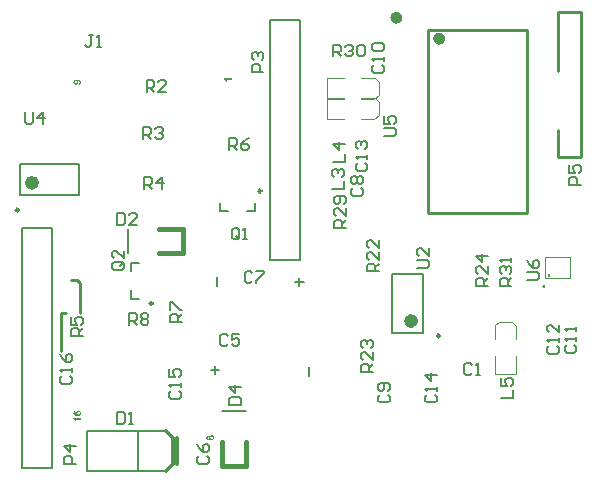
<source format=gto>
%FSLAX24Y24*%
%MOIN*%
G70*
G01*
G75*
G04 Layer_Color=16777215*
%ADD10R,0.0118X0.0295*%
%ADD11R,0.0236X0.0886*%
%ADD12R,0.0591X0.0295*%
%ADD13R,0.0295X0.0591*%
%ADD14R,0.0354X0.0315*%
%ADD15R,0.0315X0.0354*%
%ADD16R,0.0433X0.0492*%
%ADD17R,0.0492X0.0433*%
%ADD18R,0.0480X0.0358*%
%ADD19R,0.0358X0.0480*%
%ADD20R,0.0906X0.0906*%
%ADD21R,0.0354X0.0315*%
%ADD22R,0.0197X0.0236*%
%ADD23R,0.0236X0.0197*%
%ADD24R,0.0827X0.0315*%
%ADD25R,0.0984X0.0315*%
%ADD26R,0.0315X0.0354*%
%ADD27R,0.0886X0.0236*%
%ADD28C,0.0335*%
%ADD29R,0.0846X0.0335*%
%ADD30R,0.0335X0.0846*%
%ADD31C,0.0197*%
%ADD32C,0.0118*%
%ADD33C,0.0157*%
%ADD34C,0.0177*%
%ADD35C,0.0138*%
%ADD36C,0.0591*%
%ADD37R,0.0591X0.0591*%
%ADD38O,0.0669X0.1181*%
%ADD39C,0.0500*%
%ADD40C,0.0394*%
%ADD41R,0.0630X0.1063*%
%ADD42R,0.2165X0.0827*%
%ADD43R,0.0906X0.0236*%
%ADD44C,0.0100*%
%ADD45C,0.0098*%
%ADD46C,0.0236*%
%ADD47C,0.0394*%
%ADD48C,0.0039*%
%ADD49C,0.0079*%
%ADD50C,0.0150*%
%ADD51C,0.0050*%
%ADD52C,0.0070*%
%ADD53C,0.0069*%
G36*
X2264Y2149D02*
X2082D01*
X2082Y2149D01*
X2083Y2148D01*
X2084Y2147D01*
X2086Y2145D01*
X2088Y2142D01*
X2090Y2139D01*
X2093Y2135D01*
X2096Y2131D01*
X2099Y2127D01*
X2102Y2122D01*
X2107Y2112D01*
X2113Y2100D01*
X2118Y2087D01*
X2074D01*
Y2087D01*
X2074Y2087D01*
X2074Y2089D01*
X2073Y2090D01*
X2072Y2094D01*
X2069Y2099D01*
X2066Y2105D01*
X2062Y2112D01*
X2057Y2120D01*
X2051Y2128D01*
X2051Y2128D01*
X2050Y2129D01*
X2049Y2130D01*
X2048Y2131D01*
X2045Y2135D01*
X2040Y2140D01*
X2034Y2145D01*
X2027Y2150D01*
X2019Y2155D01*
X2011Y2158D01*
Y2198D01*
X2264D01*
Y2149D01*
D02*
G37*
G36*
X2190Y2437D02*
X2193Y2437D01*
X2197Y2436D01*
X2201Y2436D01*
X2205Y2435D01*
X2215Y2432D01*
X2220Y2430D01*
X2226Y2428D01*
X2231Y2425D01*
X2236Y2422D01*
X2241Y2419D01*
X2245Y2415D01*
X2246Y2414D01*
X2246Y2413D01*
X2248Y2412D01*
X2249Y2410D01*
X2251Y2408D01*
X2253Y2406D01*
X2255Y2402D01*
X2257Y2399D01*
X2259Y2395D01*
X2261Y2390D01*
X2263Y2386D01*
X2265Y2380D01*
X2266Y2375D01*
X2267Y2369D01*
X2268Y2363D01*
X2268Y2357D01*
Y2356D01*
Y2355D01*
X2268Y2353D01*
Y2350D01*
X2268Y2347D01*
X2267Y2343D01*
X2266Y2339D01*
X2265Y2334D01*
X2263Y2329D01*
X2261Y2324D01*
X2259Y2319D01*
X2256Y2314D01*
X2253Y2309D01*
X2248Y2303D01*
X2244Y2298D01*
X2239Y2294D01*
X2238Y2293D01*
X2237Y2292D01*
X2236Y2291D01*
X2233Y2290D01*
X2230Y2288D01*
X2226Y2286D01*
X2221Y2284D01*
X2215Y2282D01*
X2209Y2279D01*
X2202Y2277D01*
X2194Y2275D01*
X2185Y2273D01*
X2176Y2272D01*
X2165Y2271D01*
X2154Y2270D01*
X2142Y2269D01*
X2135D01*
X2130Y2270D01*
X2125Y2270D01*
X2118Y2271D01*
X2111Y2272D01*
X2103Y2272D01*
X2087Y2276D01*
X2078Y2277D01*
X2070Y2280D01*
X2062Y2283D01*
X2054Y2286D01*
X2048Y2290D01*
X2041Y2295D01*
X2041Y2295D01*
X2040Y2296D01*
X2039Y2297D01*
X2036Y2299D01*
X2034Y2302D01*
X2032Y2305D01*
X2029Y2309D01*
X2026Y2313D01*
X2023Y2317D01*
X2020Y2322D01*
X2018Y2328D01*
X2015Y2334D01*
X2013Y2340D01*
X2012Y2347D01*
X2011Y2354D01*
X2011Y2361D01*
Y2362D01*
Y2362D01*
Y2364D01*
X2011Y2366D01*
Y2368D01*
X2011Y2371D01*
X2013Y2378D01*
X2015Y2385D01*
X2018Y2393D01*
X2021Y2401D01*
X2027Y2409D01*
Y2409D01*
X2028Y2410D01*
X2030Y2412D01*
X2033Y2415D01*
X2039Y2419D01*
X2045Y2423D01*
X2053Y2427D01*
X2063Y2430D01*
X2074Y2433D01*
X2079Y2386D01*
X2078D01*
X2076Y2386D01*
X2074Y2385D01*
X2071Y2384D01*
X2067Y2383D01*
X2064Y2382D01*
X2060Y2380D01*
X2058Y2377D01*
X2057Y2377D01*
X2056Y2376D01*
X2055Y2374D01*
X2054Y2372D01*
X2053Y2369D01*
X2052Y2366D01*
X2051Y2363D01*
X2051Y2358D01*
Y2358D01*
X2051Y2356D01*
X2051Y2353D01*
X2052Y2350D01*
X2054Y2345D01*
X2056Y2341D01*
X2060Y2337D01*
X2064Y2332D01*
X2065Y2332D01*
X2066Y2331D01*
X2067Y2331D01*
X2069Y2330D01*
X2071Y2329D01*
X2074Y2328D01*
X2077Y2327D01*
X2080Y2326D01*
X2084Y2325D01*
X2089Y2324D01*
X2094Y2322D01*
X2100Y2322D01*
X2107Y2321D01*
X2114Y2320D01*
X2122Y2319D01*
X2121Y2320D01*
X2121Y2320D01*
X2120Y2321D01*
X2118Y2322D01*
X2115Y2327D01*
X2111Y2332D01*
X2107Y2338D01*
X2104Y2346D01*
X2101Y2355D01*
X2101Y2359D01*
X2100Y2364D01*
Y2365D01*
Y2365D01*
Y2367D01*
X2101Y2369D01*
X2101Y2372D01*
X2101Y2375D01*
X2103Y2382D01*
X2106Y2390D01*
X2108Y2394D01*
X2110Y2398D01*
X2113Y2403D01*
X2116Y2407D01*
X2119Y2411D01*
X2124Y2416D01*
X2124Y2416D01*
X2125Y2416D01*
X2126Y2418D01*
X2128Y2419D01*
X2130Y2421D01*
X2133Y2423D01*
X2136Y2425D01*
X2140Y2427D01*
X2144Y2429D01*
X2148Y2431D01*
X2153Y2433D01*
X2159Y2434D01*
X2164Y2436D01*
X2170Y2437D01*
X2177Y2437D01*
X2183Y2438D01*
X2187D01*
X2190Y2437D01*
D02*
G37*
G36*
X2149Y13475D02*
X2155Y13475D01*
X2162Y13474D01*
X2169Y13473D01*
X2177Y13472D01*
X2193Y13469D01*
X2201Y13467D01*
X2210Y13465D01*
X2217Y13461D01*
X2225Y13458D01*
X2232Y13454D01*
X2238Y13450D01*
X2238Y13449D01*
X2239Y13448D01*
X2241Y13447D01*
X2243Y13445D01*
X2245Y13442D01*
X2248Y13439D01*
X2250Y13436D01*
X2253Y13432D01*
X2256Y13427D01*
X2259Y13422D01*
X2261Y13417D01*
X2264Y13411D01*
X2266Y13404D01*
X2267Y13398D01*
X2268Y13390D01*
X2268Y13383D01*
Y13383D01*
Y13382D01*
Y13380D01*
X2268Y13378D01*
Y13376D01*
X2268Y13373D01*
X2266Y13366D01*
X2265Y13359D01*
X2262Y13350D01*
X2258Y13342D01*
X2253Y13335D01*
X2252D01*
X2252Y13334D01*
X2250Y13332D01*
X2246Y13329D01*
X2241Y13326D01*
X2234Y13322D01*
X2226Y13318D01*
X2217Y13314D01*
X2206Y13312D01*
X2200Y13359D01*
X2201D01*
X2203Y13359D01*
X2205Y13360D01*
X2208Y13360D01*
X2212Y13362D01*
X2216Y13363D01*
X2219Y13365D01*
X2222Y13367D01*
X2222Y13368D01*
X2223Y13369D01*
X2224Y13370D01*
X2225Y13372D01*
X2227Y13375D01*
X2227Y13379D01*
X2228Y13382D01*
X2228Y13387D01*
Y13387D01*
X2228Y13389D01*
X2228Y13392D01*
X2227Y13395D01*
X2225Y13399D01*
X2223Y13403D01*
X2220Y13408D01*
X2215Y13412D01*
X2214Y13412D01*
X2213Y13413D01*
X2212Y13413D01*
X2210Y13415D01*
X2208Y13415D01*
X2206Y13417D01*
X2203Y13418D01*
X2199Y13418D01*
X2195Y13420D01*
X2190Y13421D01*
X2185Y13422D01*
X2179Y13423D01*
X2173Y13424D01*
X2165Y13425D01*
X2158Y13425D01*
X2158Y13425D01*
X2159Y13425D01*
X2160Y13423D01*
X2161Y13422D01*
X2164Y13418D01*
X2168Y13413D01*
X2172Y13406D01*
X2175Y13398D01*
X2178Y13390D01*
X2179Y13385D01*
X2179Y13380D01*
Y13379D01*
Y13379D01*
Y13377D01*
X2179Y13375D01*
X2178Y13372D01*
X2178Y13369D01*
X2176Y13362D01*
X2174Y13354D01*
X2172Y13350D01*
X2169Y13345D01*
X2167Y13341D01*
X2164Y13337D01*
X2160Y13333D01*
X2156Y13329D01*
X2156Y13328D01*
X2155Y13328D01*
X2154Y13327D01*
X2152Y13325D01*
X2150Y13324D01*
X2147Y13322D01*
X2144Y13320D01*
X2140Y13318D01*
X2136Y13316D01*
X2132Y13314D01*
X2127Y13312D01*
X2121Y13311D01*
X2109Y13308D01*
X2103Y13307D01*
X2096Y13307D01*
X2093D01*
X2090Y13307D01*
X2087Y13308D01*
X2083Y13308D01*
X2079Y13309D01*
X2074Y13310D01*
X2064Y13312D01*
X2059Y13314D01*
X2054Y13317D01*
X2049Y13319D01*
X2044Y13322D01*
X2039Y13326D01*
X2035Y13330D01*
X2034Y13330D01*
X2033Y13331D01*
X2032Y13332D01*
X2031Y13334D01*
X2029Y13336D01*
X2027Y13339D01*
X2025Y13342D01*
X2023Y13345D01*
X2020Y13349D01*
X2018Y13354D01*
X2016Y13359D01*
X2015Y13364D01*
X2013Y13369D01*
X2012Y13375D01*
X2011Y13381D01*
X2011Y13388D01*
Y13388D01*
Y13389D01*
Y13392D01*
X2011Y13394D01*
X2011Y13397D01*
X2012Y13401D01*
X2013Y13405D01*
X2015Y13410D01*
X2016Y13415D01*
X2018Y13420D01*
X2020Y13425D01*
X2023Y13430D01*
X2027Y13436D01*
X2031Y13441D01*
X2035Y13446D01*
X2041Y13451D01*
X2041Y13451D01*
X2042Y13452D01*
X2044Y13453D01*
X2046Y13455D01*
X2050Y13456D01*
X2054Y13458D01*
X2058Y13461D01*
X2064Y13463D01*
X2070Y13465D01*
X2078Y13468D01*
X2086Y13470D01*
X2094Y13471D01*
X2104Y13473D01*
X2114Y13474D01*
X2126Y13475D01*
X2138Y13475D01*
X2145D01*
X2149Y13475D01*
D02*
G37*
G36*
X7283Y13468D02*
X7101D01*
X7102Y13468D01*
X7103Y13467D01*
X7104Y13465D01*
X7106Y13463D01*
X7108Y13461D01*
X7110Y13458D01*
X7113Y13454D01*
X7115Y13450D01*
X7118Y13446D01*
X7121Y13441D01*
X7127Y13430D01*
X7133Y13419D01*
X7138Y13406D01*
X7094D01*
Y13406D01*
X7094Y13406D01*
X7093Y13407D01*
X7093Y13409D01*
X7091Y13413D01*
X7089Y13418D01*
X7086Y13424D01*
X7081Y13431D01*
X7077Y13439D01*
X7071Y13447D01*
X7070Y13447D01*
X7070Y13448D01*
X7069Y13449D01*
X7068Y13450D01*
X7064Y13454D01*
X7059Y13459D01*
X7053Y13464D01*
X7047Y13469D01*
X7039Y13473D01*
X7030Y13477D01*
Y13516D01*
X7283D01*
Y13468D01*
D02*
G37*
G36*
X6625Y1622D02*
X6628Y1622D01*
X6631Y1621D01*
X6635Y1621D01*
X6640Y1620D01*
X6648Y1617D01*
X6653Y1615D01*
X6658Y1613D01*
X6663Y1610D01*
X6667Y1608D01*
X6672Y1604D01*
X6676Y1600D01*
X6676Y1600D01*
X6677Y1599D01*
X6678Y1598D01*
X6679Y1596D01*
X6681Y1594D01*
X6683Y1591D01*
X6685Y1588D01*
X6687Y1584D01*
X6689Y1580D01*
X6691Y1576D01*
X6693Y1571D01*
X6694Y1566D01*
X6696Y1560D01*
X6697Y1554D01*
X6697Y1548D01*
X6698Y1541D01*
Y1540D01*
Y1539D01*
Y1537D01*
X6697Y1535D01*
Y1532D01*
X6696Y1529D01*
X6696Y1525D01*
X6695Y1521D01*
X6693Y1512D01*
X6690Y1502D01*
X6685Y1492D01*
X6683Y1488D01*
X6679Y1484D01*
X6679Y1483D01*
X6678Y1482D01*
X6677Y1481D01*
X6676Y1479D01*
X6673Y1477D01*
X6671Y1475D01*
X6668Y1473D01*
X6664Y1470D01*
X6660Y1468D01*
X6656Y1465D01*
X6651Y1463D01*
X6646Y1461D01*
X6640Y1459D01*
X6634Y1458D01*
X6628Y1457D01*
X6621Y1457D01*
X6618D01*
X6614Y1457D01*
X6609Y1458D01*
X6603Y1459D01*
X6597Y1461D01*
X6590Y1463D01*
X6583Y1467D01*
X6583D01*
X6583Y1467D01*
X6581Y1469D01*
X6577Y1471D01*
X6573Y1474D01*
X6569Y1479D01*
X6565Y1484D01*
X6561Y1491D01*
X6557Y1499D01*
Y1498D01*
X6557Y1498D01*
X6555Y1495D01*
X6554Y1492D01*
X6551Y1488D01*
X6549Y1484D01*
X6545Y1479D01*
X6540Y1475D01*
X6535Y1472D01*
X6535Y1471D01*
X6533Y1471D01*
X6530Y1469D01*
X6527Y1467D01*
X6522Y1466D01*
X6517Y1464D01*
X6511Y1464D01*
X6505Y1463D01*
X6502D01*
X6501Y1464D01*
X6498Y1464D01*
X6495Y1464D01*
X6489Y1466D01*
X6481Y1468D01*
X6473Y1472D01*
X6469Y1474D01*
X6466Y1476D01*
X6462Y1479D01*
X6458Y1483D01*
X6458Y1483D01*
X6458Y1484D01*
X6457Y1485D01*
X6455Y1486D01*
X6454Y1489D01*
X6453Y1491D01*
X6451Y1494D01*
X6449Y1497D01*
X6447Y1501D01*
X6446Y1505D01*
X6444Y1510D01*
X6443Y1515D01*
X6441Y1520D01*
X6441Y1526D01*
X6440Y1532D01*
X6440Y1539D01*
Y1539D01*
Y1540D01*
Y1542D01*
X6440Y1545D01*
Y1548D01*
X6441Y1551D01*
X6441Y1555D01*
X6442Y1559D01*
X6444Y1568D01*
X6448Y1577D01*
X6452Y1586D01*
X6455Y1591D01*
X6458Y1595D01*
X6459Y1595D01*
X6459Y1595D01*
X6460Y1596D01*
X6462Y1598D01*
X6466Y1601D01*
X6471Y1605D01*
X6478Y1608D01*
X6486Y1611D01*
X6495Y1614D01*
X6500Y1614D01*
X6505Y1615D01*
X6508D01*
X6511Y1614D01*
X6516Y1613D01*
X6521Y1612D01*
X6525Y1611D01*
X6531Y1608D01*
X6536Y1605D01*
X6537Y1605D01*
X6539Y1604D01*
X6541Y1601D01*
X6544Y1599D01*
X6547Y1595D01*
X6551Y1591D01*
X6554Y1585D01*
X6557Y1580D01*
Y1580D01*
X6557Y1580D01*
X6558Y1581D01*
X6559Y1583D01*
X6560Y1587D01*
X6563Y1591D01*
X6567Y1596D01*
X6571Y1602D01*
X6576Y1607D01*
X6582Y1611D01*
X6582Y1612D01*
X6584Y1613D01*
X6588Y1615D01*
X6592Y1617D01*
X6598Y1619D01*
X6604Y1621D01*
X6611Y1622D01*
X6619Y1623D01*
X6623D01*
X6625Y1622D01*
D02*
G37*
%LPC*%
G36*
X2100Y13421D02*
X2096D01*
X2092Y13421D01*
X2087Y13420D01*
X2081Y13418D01*
X2075Y13417D01*
X2069Y13414D01*
X2064Y13410D01*
X2063Y13410D01*
X2062Y13408D01*
X2059Y13406D01*
X2057Y13403D01*
X2055Y13400D01*
X2053Y13395D01*
X2051Y13390D01*
X2051Y13385D01*
Y13385D01*
Y13383D01*
X2051Y13381D01*
X2052Y13378D01*
X2053Y13374D01*
X2055Y13370D01*
X2058Y13367D01*
X2061Y13363D01*
X2062Y13363D01*
X2063Y13362D01*
X2066Y13360D01*
X2070Y13359D01*
X2074Y13357D01*
X2081Y13356D01*
X2088Y13355D01*
X2096Y13355D01*
X2100D01*
X2105Y13355D01*
X2110Y13356D01*
X2116Y13357D01*
X2122Y13359D01*
X2127Y13361D01*
X2132Y13364D01*
X2133Y13364D01*
X2134Y13366D01*
X2136Y13368D01*
X2138Y13370D01*
X2140Y13374D01*
X2142Y13378D01*
X2143Y13383D01*
X2144Y13388D01*
Y13389D01*
Y13390D01*
X2143Y13393D01*
X2142Y13396D01*
X2141Y13400D01*
X2139Y13404D01*
X2136Y13408D01*
X2133Y13412D01*
X2132Y13412D01*
X2131Y13413D01*
X2128Y13415D01*
X2124Y13417D01*
X2120Y13418D01*
X2114Y13420D01*
X2108Y13421D01*
X2100Y13421D01*
D02*
G37*
G36*
X6508Y1569D02*
X6506D01*
X6504Y1569D01*
X6501Y1568D01*
X6497Y1567D01*
X6494Y1566D01*
X6490Y1563D01*
X6487Y1561D01*
X6486Y1560D01*
X6486Y1559D01*
X6484Y1558D01*
X6482Y1555D01*
X6481Y1552D01*
X6479Y1548D01*
X6479Y1544D01*
X6478Y1539D01*
Y1538D01*
Y1537D01*
X6479Y1534D01*
X6479Y1531D01*
X6480Y1528D01*
X6482Y1524D01*
X6484Y1520D01*
X6487Y1517D01*
X6487Y1517D01*
X6488Y1516D01*
X6490Y1514D01*
X6492Y1513D01*
X6496Y1512D01*
X6499Y1510D01*
X6504Y1509D01*
X6509Y1509D01*
X6511D01*
X6514Y1509D01*
X6517Y1510D01*
X6520Y1511D01*
X6524Y1512D01*
X6527Y1514D01*
X6531Y1517D01*
X6531Y1517D01*
X6532Y1519D01*
X6534Y1520D01*
X6535Y1523D01*
X6536Y1526D01*
X6538Y1530D01*
X6539Y1534D01*
X6539Y1539D01*
Y1540D01*
Y1541D01*
X6539Y1543D01*
X6538Y1547D01*
X6537Y1550D01*
X6535Y1554D01*
X6534Y1557D01*
X6531Y1561D01*
X6530Y1561D01*
X6529Y1562D01*
X6527Y1563D01*
X6525Y1565D01*
X6522Y1567D01*
X6518Y1568D01*
X6513Y1569D01*
X6508Y1569D01*
D02*
G37*
G36*
X6617Y1575D02*
X6614D01*
X6611Y1575D01*
X6607Y1574D01*
X6602Y1572D01*
X6597Y1571D01*
X6593Y1568D01*
X6588Y1565D01*
X6588Y1564D01*
X6587Y1563D01*
X6585Y1561D01*
X6583Y1558D01*
X6581Y1554D01*
X6579Y1550D01*
X6578Y1545D01*
X6577Y1539D01*
Y1538D01*
Y1536D01*
X6578Y1533D01*
X6579Y1529D01*
X6580Y1525D01*
X6582Y1521D01*
X6585Y1517D01*
X6590Y1513D01*
X6590Y1512D01*
X6592Y1512D01*
X6594Y1510D01*
X6598Y1509D01*
X6602Y1507D01*
X6606Y1505D01*
X6611Y1505D01*
X6617Y1504D01*
X6620D01*
X6623Y1505D01*
X6628Y1505D01*
X6633Y1507D01*
X6638Y1509D01*
X6643Y1511D01*
X6648Y1514D01*
X6648Y1515D01*
X6649Y1516D01*
X6651Y1519D01*
X6653Y1522D01*
X6655Y1525D01*
X6657Y1530D01*
X6658Y1535D01*
X6659Y1540D01*
Y1541D01*
Y1543D01*
X6658Y1545D01*
X6657Y1549D01*
X6656Y1553D01*
X6654Y1557D01*
X6651Y1561D01*
X6648Y1565D01*
X6648Y1565D01*
X6646Y1567D01*
X6643Y1568D01*
X6640Y1570D01*
X6636Y1572D01*
X6630Y1573D01*
X6624Y1575D01*
X6617Y1575D01*
D02*
G37*
G36*
X2184Y2390D02*
X2179D01*
X2175Y2390D01*
X2170Y2389D01*
X2164Y2388D01*
X2158Y2386D01*
X2152Y2384D01*
X2147Y2380D01*
X2147Y2380D01*
X2146Y2379D01*
X2144Y2377D01*
X2142Y2374D01*
X2139Y2370D01*
X2138Y2366D01*
X2136Y2362D01*
X2136Y2357D01*
Y2356D01*
Y2354D01*
X2136Y2352D01*
X2137Y2349D01*
X2139Y2345D01*
X2141Y2341D01*
X2143Y2337D01*
X2147Y2333D01*
X2147Y2333D01*
X2149Y2332D01*
X2152Y2330D01*
X2155Y2329D01*
X2160Y2327D01*
X2165Y2325D01*
X2172Y2324D01*
X2179Y2324D01*
X2183D01*
X2187Y2324D01*
X2193Y2325D01*
X2199Y2326D01*
X2205Y2328D01*
X2210Y2331D01*
X2216Y2334D01*
X2216Y2335D01*
X2218Y2336D01*
X2220Y2339D01*
X2222Y2342D01*
X2225Y2345D01*
X2227Y2349D01*
X2228Y2354D01*
X2228Y2359D01*
Y2360D01*
Y2361D01*
X2228Y2363D01*
X2227Y2367D01*
X2226Y2370D01*
X2224Y2374D01*
X2222Y2378D01*
X2218Y2381D01*
X2218Y2382D01*
X2216Y2383D01*
X2213Y2384D01*
X2210Y2386D01*
X2205Y2387D01*
X2199Y2389D01*
X2192Y2390D01*
X2184Y2390D01*
D02*
G37*
%LPD*%
D32*
X5098Y443D02*
X5325Y669D01*
Y1535D01*
X5098Y1762D02*
X5325Y1535D01*
X5472Y669D02*
Y1535D01*
D44*
X17861Y6942D02*
G03*
X17861Y6942I-2J0D01*
G01*
X17693Y6578D02*
G03*
X17693Y6578I-2J0D01*
G01*
X18150Y13770D02*
Y15718D01*
Y10886D02*
Y11791D01*
Y10886D02*
X18937D01*
X18150Y15718D02*
X18937D01*
Y10886D02*
Y15718D01*
X7762Y585D02*
X7766Y589D01*
X5671Y8514D02*
X5674Y8510D01*
X13819Y9016D02*
X17116D01*
Y15128D01*
X17106Y15138D02*
X17116Y15128D01*
X13819Y9016D02*
Y15138D01*
X17106D01*
X2244Y5709D02*
Y6693D01*
X2126Y6811D02*
X2244Y6693D01*
X1929Y6811D02*
X2126D01*
X1614Y4449D02*
Y5709D01*
X1772D01*
D45*
X185Y9134D02*
G03*
X185Y9134I-49J0D01*
G01*
X4656Y6024D02*
G03*
X4656Y6024I-49J0D01*
G01*
X8278Y9764D02*
G03*
X8278Y9764I-49J0D01*
G01*
X14222Y4939D02*
G03*
X14222Y4939I-49J0D01*
G01*
D46*
X748Y10039D02*
G03*
X748Y10039I-118J0D01*
G01*
X13386Y5433D02*
G03*
X13386Y5433I-118J0D01*
G01*
D47*
X12776Y15541D02*
G03*
X12776Y15541I-2J0D01*
G01*
X14203Y14843D02*
G03*
X14203Y14843I-2J0D01*
G01*
D48*
X18557Y6850D02*
Y7559D01*
X17735Y6850D02*
X18557D01*
X17735Y7559D02*
X18557D01*
X17735Y6850D02*
Y7559D01*
X16772Y4823D02*
Y5276D01*
X16634Y5413D02*
X16772Y5276D01*
X16191Y5413D02*
X16634D01*
X16644Y5404D02*
X16772Y5276D01*
X16063Y4823D02*
Y5285D01*
X16191Y5413D01*
X16063Y5285D02*
X16191Y5413D01*
X16772Y3681D02*
Y4272D01*
X16063Y3681D02*
Y4272D01*
Y3681D02*
X16772D01*
X11594Y12835D02*
X12047D01*
X12185Y12972D01*
Y13415D01*
X12047Y12835D02*
X12175Y12963D01*
X11594Y13543D02*
X12057D01*
X12185Y13415D01*
X12057Y13543D02*
X12185Y13415D01*
X10453Y12835D02*
X11043D01*
X10453Y13543D02*
X11043D01*
X10453Y12835D02*
Y13543D01*
X11594Y12165D02*
X12047D01*
X12185Y12303D01*
Y12746D01*
X12047Y12165D02*
X12175Y12293D01*
X11594Y12874D02*
X12057D01*
X12185Y12746D01*
X12057Y12874D02*
X12185Y12746D01*
X10453Y12165D02*
X11043D01*
X10453Y12874D02*
X11043D01*
X10453Y12165D02*
Y12874D01*
D49*
X236Y9646D02*
X2205D01*
X236Y10669D02*
X2205D01*
X236Y9646D02*
Y10669D01*
X2205Y9646D02*
Y10669D01*
X3937Y6181D02*
X4213D01*
X3937D02*
Y6457D01*
Y7362D02*
X4213D01*
X3937Y7087D02*
Y7362D01*
X8071Y9094D02*
Y9370D01*
X7795Y9094D02*
X8071D01*
X6890D02*
Y9370D01*
Y9094D02*
X7165D01*
X287Y524D02*
Y8524D01*
Y524D02*
X1287D01*
Y8524D01*
X287D02*
X1287D01*
X9555Y7461D02*
Y15461D01*
X8555D02*
X9555D01*
X8555Y7461D02*
Y15461D01*
Y7461D02*
X9555D01*
X2451Y443D02*
Y1762D01*
Y443D02*
X5098D01*
X2451Y1762D02*
X5098D01*
X4173Y443D02*
Y1762D01*
X13661Y5039D02*
Y7008D01*
X12638Y5039D02*
Y7008D01*
Y5039D02*
X13661D01*
X12638Y7008D02*
X13661D01*
D50*
X6959Y585D02*
X7762D01*
X7766Y589D02*
Y1407D01*
X6959Y585D02*
Y1407D01*
X5674Y7707D02*
Y8510D01*
X4852Y8514D02*
X5671D01*
X4852Y7707D02*
X5674D01*
D51*
X6959Y2435D02*
X7766D01*
X3824Y7707D02*
Y8514D01*
D52*
X9390Y6722D02*
X9685D01*
X9537Y6585D02*
Y6880D01*
X6811Y6604D02*
Y6900D01*
X6585Y3799D02*
X6880D01*
X6742Y3652D02*
Y3947D01*
X9852Y3593D02*
Y3888D01*
D53*
X18937Y9961D02*
X18543D01*
Y10157D01*
X18609Y10223D01*
X18740D01*
X18806Y10157D01*
Y9961D01*
X18543Y10617D02*
Y10354D01*
X18740D01*
X18675Y10485D01*
Y10551D01*
X18740Y10617D01*
X18871D01*
X18937Y10551D01*
Y10420D01*
X18871Y10354D01*
X17126Y6811D02*
X17454D01*
X17520Y6877D01*
Y7008D01*
X17454Y7073D01*
X17126D01*
Y7467D02*
X17192Y7336D01*
X17323Y7205D01*
X17454D01*
X17520Y7270D01*
Y7401D01*
X17454Y7467D01*
X17388D01*
X17323Y7401D01*
Y7205D01*
X394Y12401D02*
Y12073D01*
X459Y12008D01*
X590D01*
X656Y12073D01*
Y12401D01*
X984Y12008D02*
Y12401D01*
X787Y12205D01*
X1050D01*
X16614Y6614D02*
X16221D01*
Y6811D01*
X16286Y6877D01*
X16417D01*
X16483Y6811D01*
Y6614D01*
Y6745D02*
X16614Y6877D01*
X16286Y7008D02*
X16221Y7073D01*
Y7205D01*
X16286Y7270D01*
X16352D01*
X16417Y7205D01*
Y7139D01*
Y7205D01*
X16483Y7270D01*
X16549D01*
X16614Y7205D01*
Y7073D01*
X16549Y7008D01*
X16614Y7401D02*
Y7533D01*
Y7467D01*
X16221D01*
X16286Y7401D01*
X10669Y14252D02*
Y14646D01*
X10866D01*
X10932Y14580D01*
Y14449D01*
X10866Y14383D01*
X10669D01*
X10800D02*
X10932Y14252D01*
X11063Y14580D02*
X11128Y14646D01*
X11260D01*
X11325Y14580D01*
Y14514D01*
X11260Y14449D01*
X11194D01*
X11260D01*
X11325Y14383D01*
Y14318D01*
X11260Y14252D01*
X11128D01*
X11063Y14318D01*
X11456Y14580D02*
X11522Y14646D01*
X11653D01*
X11719Y14580D01*
Y14318D01*
X11653Y14252D01*
X11522D01*
X11456Y14318D01*
Y14580D01*
X11102Y8543D02*
X10709D01*
Y8740D01*
X10774Y8806D01*
X10906D01*
X10971Y8740D01*
Y8543D01*
Y8674D02*
X11102Y8806D01*
Y9199D02*
Y8937D01*
X10840Y9199D01*
X10774D01*
X10709Y9134D01*
Y9002D01*
X10774Y8937D01*
X11037Y9330D02*
X11102Y9396D01*
Y9527D01*
X11037Y9593D01*
X10774D01*
X10709Y9527D01*
Y9396D01*
X10774Y9330D01*
X10840D01*
X10906Y9396D01*
Y9593D01*
X15827Y6614D02*
X15433D01*
Y6811D01*
X15499Y6877D01*
X15630D01*
X15696Y6811D01*
Y6614D01*
Y6745D02*
X15827Y6877D01*
Y7270D02*
Y7008D01*
X15564Y7270D01*
X15499D01*
X15433Y7205D01*
Y7073D01*
X15499Y7008D01*
X15827Y7598D02*
X15433D01*
X15630Y7401D01*
Y7664D01*
X12008Y3740D02*
X11614D01*
Y3937D01*
X11680Y4003D01*
X11811D01*
X11877Y3937D01*
Y3740D01*
Y3871D02*
X12008Y4003D01*
Y4396D02*
Y4134D01*
X11745Y4396D01*
X11680D01*
X11614Y4331D01*
Y4199D01*
X11680Y4134D01*
Y4527D02*
X11614Y4593D01*
Y4724D01*
X11680Y4790D01*
X11745D01*
X11811Y4724D01*
Y4658D01*
Y4724D01*
X11877Y4790D01*
X11942D01*
X12008Y4724D01*
Y4593D01*
X11942Y4527D01*
X12205Y7087D02*
X11811D01*
Y7283D01*
X11877Y7349D01*
X12008D01*
X12074Y7283D01*
Y7087D01*
Y7218D02*
X12205Y7349D01*
Y7743D02*
Y7480D01*
X11942Y7743D01*
X11877D01*
X11811Y7677D01*
Y7546D01*
X11877Y7480D01*
X12205Y8136D02*
Y7874D01*
X11942Y8136D01*
X11877D01*
X11811Y8071D01*
Y7939D01*
X11877Y7874D01*
X3858Y5315D02*
Y5709D01*
X4055D01*
X4121Y5643D01*
Y5512D01*
X4055Y5446D01*
X3858D01*
X3989D02*
X4121Y5315D01*
X4252Y5643D02*
X4317Y5709D01*
X4449D01*
X4514Y5643D01*
Y5577D01*
X4449Y5512D01*
X4514Y5446D01*
Y5381D01*
X4449Y5315D01*
X4317D01*
X4252Y5381D01*
Y5446D01*
X4317Y5512D01*
X4252Y5577D01*
Y5643D01*
X4317Y5512D02*
X4449D01*
X5630Y5394D02*
X5236D01*
Y5590D01*
X5302Y5656D01*
X5433D01*
X5499Y5590D01*
Y5394D01*
Y5525D02*
X5630Y5656D01*
X5236Y5787D02*
Y6050D01*
X5302D01*
X5564Y5787D01*
X5630D01*
X7205Y11142D02*
Y11535D01*
X7402D01*
X7467Y11470D01*
Y11339D01*
X7402Y11273D01*
X7205D01*
X7336D02*
X7467Y11142D01*
X7861Y11535D02*
X7729Y11470D01*
X7598Y11339D01*
Y11207D01*
X7664Y11142D01*
X7795D01*
X7861Y11207D01*
Y11273D01*
X7795Y11339D01*
X7598D01*
X2323Y4921D02*
X1929D01*
Y5118D01*
X1995Y5184D01*
X2126D01*
X2192Y5118D01*
Y4921D01*
Y5052D02*
X2323Y5184D01*
X1929Y5577D02*
Y5315D01*
X2126D01*
X2060Y5446D01*
Y5512D01*
X2126Y5577D01*
X2257D01*
X2323Y5512D01*
Y5380D01*
X2257Y5315D01*
X4370Y9843D02*
Y10236D01*
X4567D01*
X4632Y10171D01*
Y10039D01*
X4567Y9974D01*
X4370D01*
X4501D02*
X4632Y9843D01*
X4960D02*
Y10236D01*
X4764Y10039D01*
X5026D01*
X4331Y11496D02*
Y11890D01*
X4527D01*
X4593Y11824D01*
Y11693D01*
X4527Y11627D01*
X4331D01*
X4462D02*
X4593Y11496D01*
X4724Y11824D02*
X4790Y11890D01*
X4921D01*
X4987Y11824D01*
Y11758D01*
X4921Y11693D01*
X4855D01*
X4921D01*
X4987Y11627D01*
Y11562D01*
X4921Y11496D01*
X4790D01*
X4724Y11562D01*
X4449Y13071D02*
Y13464D01*
X4646D01*
X4711Y13399D01*
Y13268D01*
X4646Y13202D01*
X4449D01*
X4580D02*
X4711Y13071D01*
X5105D02*
X4842D01*
X5105Y13333D01*
Y13399D01*
X5039Y13464D01*
X4908D01*
X4842Y13399D01*
X3635Y7388D02*
X3373D01*
X3307Y7323D01*
Y7192D01*
X3373Y7126D01*
X3635D01*
X3701Y7192D01*
Y7323D01*
X3570Y7257D02*
X3701Y7388D01*
Y7323D02*
X3635Y7388D01*
X3701Y7782D02*
Y7520D01*
X3438Y7782D01*
X3373D01*
X3307Y7716D01*
Y7585D01*
X3373Y7520D01*
X7546Y8215D02*
Y8478D01*
X7480Y8543D01*
X7349D01*
X7283Y8478D01*
Y8215D01*
X7349Y8150D01*
X7480D01*
X7415Y8281D02*
X7546Y8150D01*
X7480D02*
X7546Y8215D01*
X7677Y8150D02*
X7808D01*
X7743D01*
Y8543D01*
X7677Y8478D01*
X2087Y669D02*
X1693D01*
Y866D01*
X1759Y932D01*
X1890D01*
X1955Y866D01*
Y669D01*
X2087Y1260D02*
X1693D01*
X1890Y1063D01*
Y1325D01*
X8346Y13740D02*
X7953D01*
Y13937D01*
X8018Y14003D01*
X8150D01*
X8215Y13937D01*
Y13740D01*
X8018Y14134D02*
X7953Y14199D01*
Y14331D01*
X8018Y14396D01*
X8084D01*
X8150Y14331D01*
Y14265D01*
Y14331D01*
X8215Y14396D01*
X8281D01*
X8346Y14331D01*
Y14199D01*
X8281Y14134D01*
X16260Y2874D02*
X16654D01*
Y3136D01*
X16260Y3530D02*
Y3268D01*
X16457D01*
X16391Y3399D01*
Y3464D01*
X16457Y3530D01*
X16588D01*
X16654Y3464D01*
Y3333D01*
X16588Y3268D01*
X10669Y10748D02*
X11063D01*
Y11010D01*
Y11338D02*
X10669D01*
X10866Y11142D01*
Y11404D01*
X10636Y9843D02*
X11030D01*
Y10105D01*
X10702Y10236D02*
X10636Y10302D01*
Y10433D01*
X10702Y10498D01*
X10767D01*
X10833Y10433D01*
Y10367D01*
Y10433D01*
X10898Y10498D01*
X10964D01*
X11030Y10433D01*
Y10302D01*
X10964Y10236D01*
X2664Y14961D02*
X2533D01*
X2598D01*
Y14633D01*
X2533Y14567D01*
X2467D01*
X2402Y14633D01*
X2795Y14567D02*
X2926D01*
X2861D01*
Y14961D01*
X2795Y14895D01*
X7205Y2638D02*
X7598D01*
Y2835D01*
X7533Y2900D01*
X7270D01*
X7205Y2835D01*
Y2638D01*
X7598Y3228D02*
X7205D01*
X7402Y3031D01*
Y3294D01*
X3465Y9016D02*
Y8622D01*
X3661D01*
X3727Y8688D01*
Y8950D01*
X3661Y9016D01*
X3465D01*
X4121Y8622D02*
X3858D01*
X4121Y8884D01*
Y8950D01*
X4055Y9016D01*
X3924D01*
X3858Y8950D01*
X3465Y2401D02*
Y2008D01*
X3661D01*
X3727Y2073D01*
Y2336D01*
X3661Y2401D01*
X3465D01*
X3858Y2008D02*
X3989D01*
X3924D01*
Y2401D01*
X3858Y2336D01*
X1641Y3609D02*
X1575Y3543D01*
Y3412D01*
X1641Y3346D01*
X1903D01*
X1969Y3412D01*
Y3543D01*
X1903Y3609D01*
X1969Y3740D02*
Y3871D01*
Y3806D01*
X1575D01*
X1641Y3740D01*
X1575Y4330D02*
X1641Y4199D01*
X1772Y4068D01*
X1903D01*
X1969Y4134D01*
Y4265D01*
X1903Y4330D01*
X1837D01*
X1772Y4265D01*
Y4068D01*
X5263Y3097D02*
X5197Y3031D01*
Y2900D01*
X5263Y2835D01*
X5525D01*
X5591Y2900D01*
Y3031D01*
X5525Y3097D01*
X5591Y3228D02*
Y3359D01*
Y3294D01*
X5197D01*
X5263Y3228D01*
X5197Y3819D02*
Y3556D01*
X5394D01*
X5328Y3687D01*
Y3753D01*
X5394Y3819D01*
X5525D01*
X5591Y3753D01*
Y3622D01*
X5525Y3556D01*
X13806Y2979D02*
X13740Y2913D01*
Y2782D01*
X13806Y2717D01*
X14068D01*
X14134Y2782D01*
Y2913D01*
X14068Y2979D01*
X14134Y3110D02*
Y3241D01*
Y3176D01*
X13740D01*
X13806Y3110D01*
X14134Y3635D02*
X13740D01*
X13937Y3438D01*
Y3700D01*
X11483Y10695D02*
X11417Y10630D01*
Y10499D01*
X11483Y10433D01*
X11745D01*
X11811Y10499D01*
Y10630D01*
X11745Y10695D01*
X11811Y10827D02*
Y10958D01*
Y10892D01*
X11417D01*
X11483Y10827D01*
Y11155D02*
X11417Y11220D01*
Y11351D01*
X11483Y11417D01*
X11549D01*
X11614Y11351D01*
Y11286D01*
Y11351D01*
X11680Y11417D01*
X11745D01*
X11811Y11351D01*
Y11220D01*
X11745Y11155D01*
X17861Y4593D02*
X17795Y4527D01*
Y4396D01*
X17861Y4331D01*
X18123D01*
X18189Y4396D01*
Y4527D01*
X18123Y4593D01*
X18189Y4724D02*
Y4855D01*
Y4790D01*
X17795D01*
X17861Y4724D01*
X18189Y5315D02*
Y5052D01*
X17927Y5315D01*
X17861D01*
X17795Y5249D01*
Y5118D01*
X17861Y5052D01*
X18452Y4632D02*
X18386Y4567D01*
Y4436D01*
X18452Y4370D01*
X18714D01*
X18780Y4436D01*
Y4567D01*
X18714Y4632D01*
X18780Y4764D02*
Y4895D01*
Y4829D01*
X18386D01*
X18452Y4764D01*
X18780Y5092D02*
Y5223D01*
Y5157D01*
X18386D01*
X18452Y5092D01*
X12034Y13963D02*
X11969Y13898D01*
Y13766D01*
X12034Y13701D01*
X12297D01*
X12362Y13766D01*
Y13898D01*
X12297Y13963D01*
X12362Y14094D02*
Y14226D01*
Y14160D01*
X11969D01*
X12034Y14094D01*
Y14422D02*
X11969Y14488D01*
Y14619D01*
X12034Y14685D01*
X12297D01*
X12362Y14619D01*
Y14488D01*
X12297Y14422D01*
X12034D01*
X12231Y2979D02*
X12165Y2913D01*
Y2782D01*
X12231Y2717D01*
X12493D01*
X12559Y2782D01*
Y2913D01*
X12493Y2979D01*
Y3110D02*
X12559Y3176D01*
Y3307D01*
X12493Y3372D01*
X12231D01*
X12165Y3307D01*
Y3176D01*
X12231Y3110D01*
X12297D01*
X12362Y3176D01*
Y3372D01*
X11326Y9869D02*
X11260Y9803D01*
Y9672D01*
X11326Y9606D01*
X11588D01*
X11654Y9672D01*
Y9803D01*
X11588Y9869D01*
X11326Y10000D02*
X11260Y10065D01*
Y10197D01*
X11326Y10262D01*
X11391D01*
X11457Y10197D01*
X11522Y10262D01*
X11588D01*
X11654Y10197D01*
Y10065D01*
X11588Y10000D01*
X11522D01*
X11457Y10065D01*
X11391Y10000D01*
X11326D01*
X11457Y10065D02*
Y10197D01*
X7979Y7021D02*
X7913Y7086D01*
X7782D01*
X7717Y7021D01*
Y6759D01*
X7782Y6693D01*
X7913D01*
X7979Y6759D01*
X8110Y7086D02*
X8372D01*
Y7021D01*
X8110Y6759D01*
Y6693D01*
X6207Y932D02*
X6142Y866D01*
Y735D01*
X6207Y669D01*
X6470D01*
X6535Y735D01*
Y866D01*
X6470Y932D01*
X6142Y1325D02*
X6207Y1194D01*
X6339Y1063D01*
X6470D01*
X6535Y1128D01*
Y1260D01*
X6470Y1325D01*
X6404D01*
X6339Y1260D01*
Y1063D01*
X7152Y4934D02*
X7087Y5000D01*
X6955D01*
X6890Y4934D01*
Y4672D01*
X6955Y4606D01*
X7087D01*
X7152Y4672D01*
X7546Y5000D02*
X7283D01*
Y4803D01*
X7415Y4869D01*
X7480D01*
X7546Y4803D01*
Y4672D01*
X7480Y4606D01*
X7349D01*
X7283Y4672D01*
X15302Y3950D02*
X15236Y4016D01*
X15105D01*
X15039Y3950D01*
Y3688D01*
X15105Y3622D01*
X15236D01*
X15302Y3688D01*
X15433Y3622D02*
X15564D01*
X15499D01*
Y4016D01*
X15433Y3950D01*
X13465Y7205D02*
X13793D01*
X13858Y7270D01*
Y7402D01*
X13793Y7467D01*
X13465D01*
X13858Y7861D02*
Y7598D01*
X13596Y7861D01*
X13530D01*
X13465Y7795D01*
Y7664D01*
X13530Y7598D01*
X12362Y11614D02*
X12690D01*
X12756Y11680D01*
Y11811D01*
X12690Y11877D01*
X12362D01*
Y12270D02*
Y12008D01*
X12559D01*
X12494Y12139D01*
Y12205D01*
X12559Y12270D01*
X12690D01*
X12756Y12205D01*
Y12073D01*
X12690Y12008D01*
M02*

</source>
